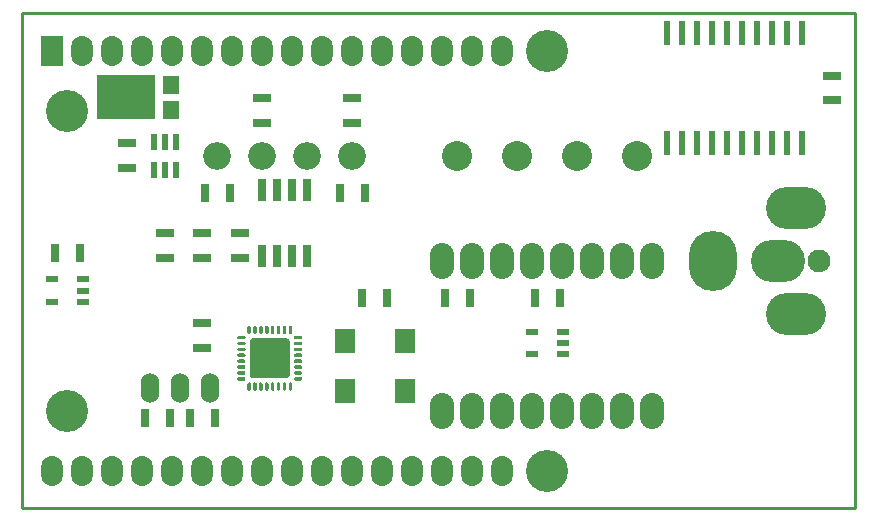
<source format=gbs>
%TF.GenerationSoftware,KiCad,Pcbnew,5.1.0-unknown-ca7aec2~82~ubuntu18.04.1*%
%TF.CreationDate,2019-04-12T13:47:33-04:00*%
%TF.ProjectId,stepper_controller_3x2,73746570-7065-4725-9f63-6f6e74726f6c,1.2*%
%TF.SameCoordinates,Original*%
%TF.FileFunction,Soldermask,Bot*%
%TF.FilePolarity,Negative*%
%FSLAX46Y46*%
G04 Gerber Fmt 4.6, Leading zero omitted, Abs format (unit mm)*
G04 Created by KiCad (PCBNEW 5.1.0-unknown-ca7aec2~82~ubuntu18.04.1) date 2019-04-12 13:47:33*
%MOMM*%
%LPD*%
G04 APERTURE LIST*
%ADD10C,0.228600*%
%ADD11C,0.100000*%
%ADD12C,3.400001*%
%ADD13C,0.300000*%
%ADD14O,2.032000X3.048000*%
%ADD15C,3.556000*%
%ADD16O,1.854200X2.540000*%
%ADD17R,1.854200X2.540000*%
%ADD18R,1.800000X2.000000*%
%ADD19R,1.440000X1.600000*%
%ADD20R,4.960000X3.800000*%
%ADD21O,5.080000X3.556000*%
%ADD22O,4.064000X5.080000*%
%ADD23O,4.572000X3.556000*%
%ADD24C,1.930400*%
%ADD25C,2.540000*%
%ADD26C,2.340000*%
%ADD27O,1.524000X2.540000*%
%ADD28R,0.787400X1.600200*%
%ADD29R,1.600200X0.787400*%
%ADD30R,1.100000X0.600000*%
%ADD31R,0.600000X2.000000*%
%ADD32R,0.558800X1.330960*%
%ADD33R,0.640000X1.910000*%
G04 APERTURE END LIST*
D10*
X156210000Y-67945000D02*
X85725000Y-67945000D01*
X156210000Y-109855000D02*
X156210000Y-67945000D01*
X85725000Y-109855000D02*
X156210000Y-109855000D01*
X85725000Y-67945000D02*
X85725000Y-109855000D01*
D11*
%TO.C,U1*%
G36*
X108073326Y-95456637D02*
G01*
X108106331Y-95461533D01*
X108138697Y-95469640D01*
X108170112Y-95480881D01*
X108200275Y-95495147D01*
X108228894Y-95512300D01*
X108255694Y-95532176D01*
X108280416Y-95554584D01*
X108302824Y-95579306D01*
X108322700Y-95606106D01*
X108339853Y-95634725D01*
X108354119Y-95664888D01*
X108365360Y-95696303D01*
X108373467Y-95728669D01*
X108378363Y-95761674D01*
X108380000Y-95795000D01*
X108380000Y-98515000D01*
X108378363Y-98548326D01*
X108373467Y-98581331D01*
X108365360Y-98613697D01*
X108354119Y-98645112D01*
X108339853Y-98675275D01*
X108322700Y-98703894D01*
X108302824Y-98730694D01*
X108280416Y-98755416D01*
X108255694Y-98777824D01*
X108228894Y-98797700D01*
X108200275Y-98814853D01*
X108170112Y-98829119D01*
X108138697Y-98840360D01*
X108106331Y-98848467D01*
X108073326Y-98853363D01*
X108040000Y-98855000D01*
X105320000Y-98855000D01*
X105286674Y-98853363D01*
X105253669Y-98848467D01*
X105221303Y-98840360D01*
X105189888Y-98829119D01*
X105159725Y-98814853D01*
X105131106Y-98797700D01*
X105104306Y-98777824D01*
X105079584Y-98755416D01*
X105057176Y-98730694D01*
X105037300Y-98703894D01*
X105020147Y-98675275D01*
X105005881Y-98645112D01*
X104994640Y-98613697D01*
X104986533Y-98581331D01*
X104981637Y-98548326D01*
X104980000Y-98515000D01*
X104980000Y-95795000D01*
X104981637Y-95761674D01*
X104986533Y-95728669D01*
X104994640Y-95696303D01*
X105005881Y-95664888D01*
X105020147Y-95634725D01*
X105037300Y-95606106D01*
X105057176Y-95579306D01*
X105079584Y-95554584D01*
X105104306Y-95532176D01*
X105131106Y-95512300D01*
X105159725Y-95495147D01*
X105189888Y-95480881D01*
X105221303Y-95469640D01*
X105253669Y-95461533D01*
X105286674Y-95456637D01*
X105320000Y-95455000D01*
X108040000Y-95455000D01*
X108073326Y-95456637D01*
X108073326Y-95456637D01*
G37*
D12*
X106680000Y-97155000D03*
D11*
G36*
X104944704Y-94405722D02*
G01*
X104959265Y-94407882D01*
X104973544Y-94411459D01*
X104987404Y-94416418D01*
X105000711Y-94422712D01*
X105013337Y-94430280D01*
X105025160Y-94439048D01*
X105036067Y-94448934D01*
X105045953Y-94459841D01*
X105054721Y-94471664D01*
X105062289Y-94484290D01*
X105068583Y-94497597D01*
X105073542Y-94511457D01*
X105077119Y-94525736D01*
X105079279Y-94540297D01*
X105080001Y-94555000D01*
X105080001Y-94955000D01*
X105079279Y-94969703D01*
X105077119Y-94984264D01*
X105073542Y-94998543D01*
X105068583Y-95012403D01*
X105062289Y-95025710D01*
X105054721Y-95038336D01*
X105045953Y-95050159D01*
X105036067Y-95061066D01*
X105025160Y-95070952D01*
X105013337Y-95079720D01*
X105000711Y-95087288D01*
X104987404Y-95093582D01*
X104973544Y-95098541D01*
X104959265Y-95102118D01*
X104944704Y-95104278D01*
X104930001Y-95105000D01*
X104929999Y-95105000D01*
X104915296Y-95104278D01*
X104900735Y-95102118D01*
X104886456Y-95098541D01*
X104872596Y-95093582D01*
X104859289Y-95087288D01*
X104846663Y-95079720D01*
X104834840Y-95070952D01*
X104823933Y-95061066D01*
X104814047Y-95050159D01*
X104805279Y-95038336D01*
X104797711Y-95025710D01*
X104791417Y-95012403D01*
X104786458Y-94998543D01*
X104782881Y-94984264D01*
X104780721Y-94969703D01*
X104779999Y-94955000D01*
X104779999Y-94555000D01*
X104780721Y-94540297D01*
X104782881Y-94525736D01*
X104786458Y-94511457D01*
X104791417Y-94497597D01*
X104797711Y-94484290D01*
X104805279Y-94471664D01*
X104814047Y-94459841D01*
X104823933Y-94448934D01*
X104834840Y-94439048D01*
X104846663Y-94430280D01*
X104859289Y-94422712D01*
X104872596Y-94416418D01*
X104886456Y-94411459D01*
X104900735Y-94407882D01*
X104915296Y-94405722D01*
X104929999Y-94405000D01*
X104930001Y-94405000D01*
X104944704Y-94405722D01*
X104944704Y-94405722D01*
G37*
D13*
X104930000Y-94755000D03*
D11*
G36*
X105444704Y-94405722D02*
G01*
X105459265Y-94407882D01*
X105473544Y-94411459D01*
X105487404Y-94416418D01*
X105500711Y-94422712D01*
X105513337Y-94430280D01*
X105525160Y-94439048D01*
X105536067Y-94448934D01*
X105545953Y-94459841D01*
X105554721Y-94471664D01*
X105562289Y-94484290D01*
X105568583Y-94497597D01*
X105573542Y-94511457D01*
X105577119Y-94525736D01*
X105579279Y-94540297D01*
X105580001Y-94555000D01*
X105580001Y-94955000D01*
X105579279Y-94969703D01*
X105577119Y-94984264D01*
X105573542Y-94998543D01*
X105568583Y-95012403D01*
X105562289Y-95025710D01*
X105554721Y-95038336D01*
X105545953Y-95050159D01*
X105536067Y-95061066D01*
X105525160Y-95070952D01*
X105513337Y-95079720D01*
X105500711Y-95087288D01*
X105487404Y-95093582D01*
X105473544Y-95098541D01*
X105459265Y-95102118D01*
X105444704Y-95104278D01*
X105430001Y-95105000D01*
X105429999Y-95105000D01*
X105415296Y-95104278D01*
X105400735Y-95102118D01*
X105386456Y-95098541D01*
X105372596Y-95093582D01*
X105359289Y-95087288D01*
X105346663Y-95079720D01*
X105334840Y-95070952D01*
X105323933Y-95061066D01*
X105314047Y-95050159D01*
X105305279Y-95038336D01*
X105297711Y-95025710D01*
X105291417Y-95012403D01*
X105286458Y-94998543D01*
X105282881Y-94984264D01*
X105280721Y-94969703D01*
X105279999Y-94955000D01*
X105279999Y-94555000D01*
X105280721Y-94540297D01*
X105282881Y-94525736D01*
X105286458Y-94511457D01*
X105291417Y-94497597D01*
X105297711Y-94484290D01*
X105305279Y-94471664D01*
X105314047Y-94459841D01*
X105323933Y-94448934D01*
X105334840Y-94439048D01*
X105346663Y-94430280D01*
X105359289Y-94422712D01*
X105372596Y-94416418D01*
X105386456Y-94411459D01*
X105400735Y-94407882D01*
X105415296Y-94405722D01*
X105429999Y-94405000D01*
X105430001Y-94405000D01*
X105444704Y-94405722D01*
X105444704Y-94405722D01*
G37*
D13*
X105430000Y-94755000D03*
D11*
G36*
X105944704Y-94405722D02*
G01*
X105959265Y-94407882D01*
X105973544Y-94411459D01*
X105987404Y-94416418D01*
X106000711Y-94422712D01*
X106013337Y-94430280D01*
X106025160Y-94439048D01*
X106036067Y-94448934D01*
X106045953Y-94459841D01*
X106054721Y-94471664D01*
X106062289Y-94484290D01*
X106068583Y-94497597D01*
X106073542Y-94511457D01*
X106077119Y-94525736D01*
X106079279Y-94540297D01*
X106080001Y-94555000D01*
X106080001Y-94955000D01*
X106079279Y-94969703D01*
X106077119Y-94984264D01*
X106073542Y-94998543D01*
X106068583Y-95012403D01*
X106062289Y-95025710D01*
X106054721Y-95038336D01*
X106045953Y-95050159D01*
X106036067Y-95061066D01*
X106025160Y-95070952D01*
X106013337Y-95079720D01*
X106000711Y-95087288D01*
X105987404Y-95093582D01*
X105973544Y-95098541D01*
X105959265Y-95102118D01*
X105944704Y-95104278D01*
X105930001Y-95105000D01*
X105929999Y-95105000D01*
X105915296Y-95104278D01*
X105900735Y-95102118D01*
X105886456Y-95098541D01*
X105872596Y-95093582D01*
X105859289Y-95087288D01*
X105846663Y-95079720D01*
X105834840Y-95070952D01*
X105823933Y-95061066D01*
X105814047Y-95050159D01*
X105805279Y-95038336D01*
X105797711Y-95025710D01*
X105791417Y-95012403D01*
X105786458Y-94998543D01*
X105782881Y-94984264D01*
X105780721Y-94969703D01*
X105779999Y-94955000D01*
X105779999Y-94555000D01*
X105780721Y-94540297D01*
X105782881Y-94525736D01*
X105786458Y-94511457D01*
X105791417Y-94497597D01*
X105797711Y-94484290D01*
X105805279Y-94471664D01*
X105814047Y-94459841D01*
X105823933Y-94448934D01*
X105834840Y-94439048D01*
X105846663Y-94430280D01*
X105859289Y-94422712D01*
X105872596Y-94416418D01*
X105886456Y-94411459D01*
X105900735Y-94407882D01*
X105915296Y-94405722D01*
X105929999Y-94405000D01*
X105930001Y-94405000D01*
X105944704Y-94405722D01*
X105944704Y-94405722D01*
G37*
D13*
X105930000Y-94755000D03*
D11*
G36*
X106444704Y-94405722D02*
G01*
X106459265Y-94407882D01*
X106473544Y-94411459D01*
X106487404Y-94416418D01*
X106500711Y-94422712D01*
X106513337Y-94430280D01*
X106525160Y-94439048D01*
X106536067Y-94448934D01*
X106545953Y-94459841D01*
X106554721Y-94471664D01*
X106562289Y-94484290D01*
X106568583Y-94497597D01*
X106573542Y-94511457D01*
X106577119Y-94525736D01*
X106579279Y-94540297D01*
X106580001Y-94555000D01*
X106580001Y-94955000D01*
X106579279Y-94969703D01*
X106577119Y-94984264D01*
X106573542Y-94998543D01*
X106568583Y-95012403D01*
X106562289Y-95025710D01*
X106554721Y-95038336D01*
X106545953Y-95050159D01*
X106536067Y-95061066D01*
X106525160Y-95070952D01*
X106513337Y-95079720D01*
X106500711Y-95087288D01*
X106487404Y-95093582D01*
X106473544Y-95098541D01*
X106459265Y-95102118D01*
X106444704Y-95104278D01*
X106430001Y-95105000D01*
X106429999Y-95105000D01*
X106415296Y-95104278D01*
X106400735Y-95102118D01*
X106386456Y-95098541D01*
X106372596Y-95093582D01*
X106359289Y-95087288D01*
X106346663Y-95079720D01*
X106334840Y-95070952D01*
X106323933Y-95061066D01*
X106314047Y-95050159D01*
X106305279Y-95038336D01*
X106297711Y-95025710D01*
X106291417Y-95012403D01*
X106286458Y-94998543D01*
X106282881Y-94984264D01*
X106280721Y-94969703D01*
X106279999Y-94955000D01*
X106279999Y-94555000D01*
X106280721Y-94540297D01*
X106282881Y-94525736D01*
X106286458Y-94511457D01*
X106291417Y-94497597D01*
X106297711Y-94484290D01*
X106305279Y-94471664D01*
X106314047Y-94459841D01*
X106323933Y-94448934D01*
X106334840Y-94439048D01*
X106346663Y-94430280D01*
X106359289Y-94422712D01*
X106372596Y-94416418D01*
X106386456Y-94411459D01*
X106400735Y-94407882D01*
X106415296Y-94405722D01*
X106429999Y-94405000D01*
X106430001Y-94405000D01*
X106444704Y-94405722D01*
X106444704Y-94405722D01*
G37*
D13*
X106430000Y-94755000D03*
D11*
G36*
X106944704Y-94405722D02*
G01*
X106959265Y-94407882D01*
X106973544Y-94411459D01*
X106987404Y-94416418D01*
X107000711Y-94422712D01*
X107013337Y-94430280D01*
X107025160Y-94439048D01*
X107036067Y-94448934D01*
X107045953Y-94459841D01*
X107054721Y-94471664D01*
X107062289Y-94484290D01*
X107068583Y-94497597D01*
X107073542Y-94511457D01*
X107077119Y-94525736D01*
X107079279Y-94540297D01*
X107080001Y-94555000D01*
X107080001Y-94955000D01*
X107079279Y-94969703D01*
X107077119Y-94984264D01*
X107073542Y-94998543D01*
X107068583Y-95012403D01*
X107062289Y-95025710D01*
X107054721Y-95038336D01*
X107045953Y-95050159D01*
X107036067Y-95061066D01*
X107025160Y-95070952D01*
X107013337Y-95079720D01*
X107000711Y-95087288D01*
X106987404Y-95093582D01*
X106973544Y-95098541D01*
X106959265Y-95102118D01*
X106944704Y-95104278D01*
X106930001Y-95105000D01*
X106929999Y-95105000D01*
X106915296Y-95104278D01*
X106900735Y-95102118D01*
X106886456Y-95098541D01*
X106872596Y-95093582D01*
X106859289Y-95087288D01*
X106846663Y-95079720D01*
X106834840Y-95070952D01*
X106823933Y-95061066D01*
X106814047Y-95050159D01*
X106805279Y-95038336D01*
X106797711Y-95025710D01*
X106791417Y-95012403D01*
X106786458Y-94998543D01*
X106782881Y-94984264D01*
X106780721Y-94969703D01*
X106779999Y-94955000D01*
X106779999Y-94555000D01*
X106780721Y-94540297D01*
X106782881Y-94525736D01*
X106786458Y-94511457D01*
X106791417Y-94497597D01*
X106797711Y-94484290D01*
X106805279Y-94471664D01*
X106814047Y-94459841D01*
X106823933Y-94448934D01*
X106834840Y-94439048D01*
X106846663Y-94430280D01*
X106859289Y-94422712D01*
X106872596Y-94416418D01*
X106886456Y-94411459D01*
X106900735Y-94407882D01*
X106915296Y-94405722D01*
X106929999Y-94405000D01*
X106930001Y-94405000D01*
X106944704Y-94405722D01*
X106944704Y-94405722D01*
G37*
D13*
X106930000Y-94755000D03*
D11*
G36*
X107444704Y-94405722D02*
G01*
X107459265Y-94407882D01*
X107473544Y-94411459D01*
X107487404Y-94416418D01*
X107500711Y-94422712D01*
X107513337Y-94430280D01*
X107525160Y-94439048D01*
X107536067Y-94448934D01*
X107545953Y-94459841D01*
X107554721Y-94471664D01*
X107562289Y-94484290D01*
X107568583Y-94497597D01*
X107573542Y-94511457D01*
X107577119Y-94525736D01*
X107579279Y-94540297D01*
X107580001Y-94555000D01*
X107580001Y-94955000D01*
X107579279Y-94969703D01*
X107577119Y-94984264D01*
X107573542Y-94998543D01*
X107568583Y-95012403D01*
X107562289Y-95025710D01*
X107554721Y-95038336D01*
X107545953Y-95050159D01*
X107536067Y-95061066D01*
X107525160Y-95070952D01*
X107513337Y-95079720D01*
X107500711Y-95087288D01*
X107487404Y-95093582D01*
X107473544Y-95098541D01*
X107459265Y-95102118D01*
X107444704Y-95104278D01*
X107430001Y-95105000D01*
X107429999Y-95105000D01*
X107415296Y-95104278D01*
X107400735Y-95102118D01*
X107386456Y-95098541D01*
X107372596Y-95093582D01*
X107359289Y-95087288D01*
X107346663Y-95079720D01*
X107334840Y-95070952D01*
X107323933Y-95061066D01*
X107314047Y-95050159D01*
X107305279Y-95038336D01*
X107297711Y-95025710D01*
X107291417Y-95012403D01*
X107286458Y-94998543D01*
X107282881Y-94984264D01*
X107280721Y-94969703D01*
X107279999Y-94955000D01*
X107279999Y-94555000D01*
X107280721Y-94540297D01*
X107282881Y-94525736D01*
X107286458Y-94511457D01*
X107291417Y-94497597D01*
X107297711Y-94484290D01*
X107305279Y-94471664D01*
X107314047Y-94459841D01*
X107323933Y-94448934D01*
X107334840Y-94439048D01*
X107346663Y-94430280D01*
X107359289Y-94422712D01*
X107372596Y-94416418D01*
X107386456Y-94411459D01*
X107400735Y-94407882D01*
X107415296Y-94405722D01*
X107429999Y-94405000D01*
X107430001Y-94405000D01*
X107444704Y-94405722D01*
X107444704Y-94405722D01*
G37*
D13*
X107430000Y-94755000D03*
D11*
G36*
X107944704Y-94405722D02*
G01*
X107959265Y-94407882D01*
X107973544Y-94411459D01*
X107987404Y-94416418D01*
X108000711Y-94422712D01*
X108013337Y-94430280D01*
X108025160Y-94439048D01*
X108036067Y-94448934D01*
X108045953Y-94459841D01*
X108054721Y-94471664D01*
X108062289Y-94484290D01*
X108068583Y-94497597D01*
X108073542Y-94511457D01*
X108077119Y-94525736D01*
X108079279Y-94540297D01*
X108080001Y-94555000D01*
X108080001Y-94955000D01*
X108079279Y-94969703D01*
X108077119Y-94984264D01*
X108073542Y-94998543D01*
X108068583Y-95012403D01*
X108062289Y-95025710D01*
X108054721Y-95038336D01*
X108045953Y-95050159D01*
X108036067Y-95061066D01*
X108025160Y-95070952D01*
X108013337Y-95079720D01*
X108000711Y-95087288D01*
X107987404Y-95093582D01*
X107973544Y-95098541D01*
X107959265Y-95102118D01*
X107944704Y-95104278D01*
X107930001Y-95105000D01*
X107929999Y-95105000D01*
X107915296Y-95104278D01*
X107900735Y-95102118D01*
X107886456Y-95098541D01*
X107872596Y-95093582D01*
X107859289Y-95087288D01*
X107846663Y-95079720D01*
X107834840Y-95070952D01*
X107823933Y-95061066D01*
X107814047Y-95050159D01*
X107805279Y-95038336D01*
X107797711Y-95025710D01*
X107791417Y-95012403D01*
X107786458Y-94998543D01*
X107782881Y-94984264D01*
X107780721Y-94969703D01*
X107779999Y-94955000D01*
X107779999Y-94555000D01*
X107780721Y-94540297D01*
X107782881Y-94525736D01*
X107786458Y-94511457D01*
X107791417Y-94497597D01*
X107797711Y-94484290D01*
X107805279Y-94471664D01*
X107814047Y-94459841D01*
X107823933Y-94448934D01*
X107834840Y-94439048D01*
X107846663Y-94430280D01*
X107859289Y-94422712D01*
X107872596Y-94416418D01*
X107886456Y-94411459D01*
X107900735Y-94407882D01*
X107915296Y-94405722D01*
X107929999Y-94405000D01*
X107930001Y-94405000D01*
X107944704Y-94405722D01*
X107944704Y-94405722D01*
G37*
D13*
X107930000Y-94755000D03*
D11*
G36*
X108444704Y-94405722D02*
G01*
X108459265Y-94407882D01*
X108473544Y-94411459D01*
X108487404Y-94416418D01*
X108500711Y-94422712D01*
X108513337Y-94430280D01*
X108525160Y-94439048D01*
X108536067Y-94448934D01*
X108545953Y-94459841D01*
X108554721Y-94471664D01*
X108562289Y-94484290D01*
X108568583Y-94497597D01*
X108573542Y-94511457D01*
X108577119Y-94525736D01*
X108579279Y-94540297D01*
X108580001Y-94555000D01*
X108580001Y-94955000D01*
X108579279Y-94969703D01*
X108577119Y-94984264D01*
X108573542Y-94998543D01*
X108568583Y-95012403D01*
X108562289Y-95025710D01*
X108554721Y-95038336D01*
X108545953Y-95050159D01*
X108536067Y-95061066D01*
X108525160Y-95070952D01*
X108513337Y-95079720D01*
X108500711Y-95087288D01*
X108487404Y-95093582D01*
X108473544Y-95098541D01*
X108459265Y-95102118D01*
X108444704Y-95104278D01*
X108430001Y-95105000D01*
X108429999Y-95105000D01*
X108415296Y-95104278D01*
X108400735Y-95102118D01*
X108386456Y-95098541D01*
X108372596Y-95093582D01*
X108359289Y-95087288D01*
X108346663Y-95079720D01*
X108334840Y-95070952D01*
X108323933Y-95061066D01*
X108314047Y-95050159D01*
X108305279Y-95038336D01*
X108297711Y-95025710D01*
X108291417Y-95012403D01*
X108286458Y-94998543D01*
X108282881Y-94984264D01*
X108280721Y-94969703D01*
X108279999Y-94955000D01*
X108279999Y-94555000D01*
X108280721Y-94540297D01*
X108282881Y-94525736D01*
X108286458Y-94511457D01*
X108291417Y-94497597D01*
X108297711Y-94484290D01*
X108305279Y-94471664D01*
X108314047Y-94459841D01*
X108323933Y-94448934D01*
X108334840Y-94439048D01*
X108346663Y-94430280D01*
X108359289Y-94422712D01*
X108372596Y-94416418D01*
X108386456Y-94411459D01*
X108400735Y-94407882D01*
X108415296Y-94405722D01*
X108429999Y-94405000D01*
X108430001Y-94405000D01*
X108444704Y-94405722D01*
X108444704Y-94405722D01*
G37*
D13*
X108430000Y-94755000D03*
D11*
G36*
X108444704Y-99205722D02*
G01*
X108459265Y-99207882D01*
X108473544Y-99211459D01*
X108487404Y-99216418D01*
X108500711Y-99222712D01*
X108513337Y-99230280D01*
X108525160Y-99239048D01*
X108536067Y-99248934D01*
X108545953Y-99259841D01*
X108554721Y-99271664D01*
X108562289Y-99284290D01*
X108568583Y-99297597D01*
X108573542Y-99311457D01*
X108577119Y-99325736D01*
X108579279Y-99340297D01*
X108580001Y-99355000D01*
X108580001Y-99755000D01*
X108579279Y-99769703D01*
X108577119Y-99784264D01*
X108573542Y-99798543D01*
X108568583Y-99812403D01*
X108562289Y-99825710D01*
X108554721Y-99838336D01*
X108545953Y-99850159D01*
X108536067Y-99861066D01*
X108525160Y-99870952D01*
X108513337Y-99879720D01*
X108500711Y-99887288D01*
X108487404Y-99893582D01*
X108473544Y-99898541D01*
X108459265Y-99902118D01*
X108444704Y-99904278D01*
X108430001Y-99905000D01*
X108429999Y-99905000D01*
X108415296Y-99904278D01*
X108400735Y-99902118D01*
X108386456Y-99898541D01*
X108372596Y-99893582D01*
X108359289Y-99887288D01*
X108346663Y-99879720D01*
X108334840Y-99870952D01*
X108323933Y-99861066D01*
X108314047Y-99850159D01*
X108305279Y-99838336D01*
X108297711Y-99825710D01*
X108291417Y-99812403D01*
X108286458Y-99798543D01*
X108282881Y-99784264D01*
X108280721Y-99769703D01*
X108279999Y-99755000D01*
X108279999Y-99355000D01*
X108280721Y-99340297D01*
X108282881Y-99325736D01*
X108286458Y-99311457D01*
X108291417Y-99297597D01*
X108297711Y-99284290D01*
X108305279Y-99271664D01*
X108314047Y-99259841D01*
X108323933Y-99248934D01*
X108334840Y-99239048D01*
X108346663Y-99230280D01*
X108359289Y-99222712D01*
X108372596Y-99216418D01*
X108386456Y-99211459D01*
X108400735Y-99207882D01*
X108415296Y-99205722D01*
X108429999Y-99205000D01*
X108430001Y-99205000D01*
X108444704Y-99205722D01*
X108444704Y-99205722D01*
G37*
D13*
X108430000Y-99555000D03*
D11*
G36*
X107944704Y-99205722D02*
G01*
X107959265Y-99207882D01*
X107973544Y-99211459D01*
X107987404Y-99216418D01*
X108000711Y-99222712D01*
X108013337Y-99230280D01*
X108025160Y-99239048D01*
X108036067Y-99248934D01*
X108045953Y-99259841D01*
X108054721Y-99271664D01*
X108062289Y-99284290D01*
X108068583Y-99297597D01*
X108073542Y-99311457D01*
X108077119Y-99325736D01*
X108079279Y-99340297D01*
X108080001Y-99355000D01*
X108080001Y-99755000D01*
X108079279Y-99769703D01*
X108077119Y-99784264D01*
X108073542Y-99798543D01*
X108068583Y-99812403D01*
X108062289Y-99825710D01*
X108054721Y-99838336D01*
X108045953Y-99850159D01*
X108036067Y-99861066D01*
X108025160Y-99870952D01*
X108013337Y-99879720D01*
X108000711Y-99887288D01*
X107987404Y-99893582D01*
X107973544Y-99898541D01*
X107959265Y-99902118D01*
X107944704Y-99904278D01*
X107930001Y-99905000D01*
X107929999Y-99905000D01*
X107915296Y-99904278D01*
X107900735Y-99902118D01*
X107886456Y-99898541D01*
X107872596Y-99893582D01*
X107859289Y-99887288D01*
X107846663Y-99879720D01*
X107834840Y-99870952D01*
X107823933Y-99861066D01*
X107814047Y-99850159D01*
X107805279Y-99838336D01*
X107797711Y-99825710D01*
X107791417Y-99812403D01*
X107786458Y-99798543D01*
X107782881Y-99784264D01*
X107780721Y-99769703D01*
X107779999Y-99755000D01*
X107779999Y-99355000D01*
X107780721Y-99340297D01*
X107782881Y-99325736D01*
X107786458Y-99311457D01*
X107791417Y-99297597D01*
X107797711Y-99284290D01*
X107805279Y-99271664D01*
X107814047Y-99259841D01*
X107823933Y-99248934D01*
X107834840Y-99239048D01*
X107846663Y-99230280D01*
X107859289Y-99222712D01*
X107872596Y-99216418D01*
X107886456Y-99211459D01*
X107900735Y-99207882D01*
X107915296Y-99205722D01*
X107929999Y-99205000D01*
X107930001Y-99205000D01*
X107944704Y-99205722D01*
X107944704Y-99205722D01*
G37*
D13*
X107930000Y-99555000D03*
D11*
G36*
X107444704Y-99205722D02*
G01*
X107459265Y-99207882D01*
X107473544Y-99211459D01*
X107487404Y-99216418D01*
X107500711Y-99222712D01*
X107513337Y-99230280D01*
X107525160Y-99239048D01*
X107536067Y-99248934D01*
X107545953Y-99259841D01*
X107554721Y-99271664D01*
X107562289Y-99284290D01*
X107568583Y-99297597D01*
X107573542Y-99311457D01*
X107577119Y-99325736D01*
X107579279Y-99340297D01*
X107580001Y-99355000D01*
X107580001Y-99755000D01*
X107579279Y-99769703D01*
X107577119Y-99784264D01*
X107573542Y-99798543D01*
X107568583Y-99812403D01*
X107562289Y-99825710D01*
X107554721Y-99838336D01*
X107545953Y-99850159D01*
X107536067Y-99861066D01*
X107525160Y-99870952D01*
X107513337Y-99879720D01*
X107500711Y-99887288D01*
X107487404Y-99893582D01*
X107473544Y-99898541D01*
X107459265Y-99902118D01*
X107444704Y-99904278D01*
X107430001Y-99905000D01*
X107429999Y-99905000D01*
X107415296Y-99904278D01*
X107400735Y-99902118D01*
X107386456Y-99898541D01*
X107372596Y-99893582D01*
X107359289Y-99887288D01*
X107346663Y-99879720D01*
X107334840Y-99870952D01*
X107323933Y-99861066D01*
X107314047Y-99850159D01*
X107305279Y-99838336D01*
X107297711Y-99825710D01*
X107291417Y-99812403D01*
X107286458Y-99798543D01*
X107282881Y-99784264D01*
X107280721Y-99769703D01*
X107279999Y-99755000D01*
X107279999Y-99355000D01*
X107280721Y-99340297D01*
X107282881Y-99325736D01*
X107286458Y-99311457D01*
X107291417Y-99297597D01*
X107297711Y-99284290D01*
X107305279Y-99271664D01*
X107314047Y-99259841D01*
X107323933Y-99248934D01*
X107334840Y-99239048D01*
X107346663Y-99230280D01*
X107359289Y-99222712D01*
X107372596Y-99216418D01*
X107386456Y-99211459D01*
X107400735Y-99207882D01*
X107415296Y-99205722D01*
X107429999Y-99205000D01*
X107430001Y-99205000D01*
X107444704Y-99205722D01*
X107444704Y-99205722D01*
G37*
D13*
X107430000Y-99555000D03*
D11*
G36*
X106944704Y-99205722D02*
G01*
X106959265Y-99207882D01*
X106973544Y-99211459D01*
X106987404Y-99216418D01*
X107000711Y-99222712D01*
X107013337Y-99230280D01*
X107025160Y-99239048D01*
X107036067Y-99248934D01*
X107045953Y-99259841D01*
X107054721Y-99271664D01*
X107062289Y-99284290D01*
X107068583Y-99297597D01*
X107073542Y-99311457D01*
X107077119Y-99325736D01*
X107079279Y-99340297D01*
X107080001Y-99355000D01*
X107080001Y-99755000D01*
X107079279Y-99769703D01*
X107077119Y-99784264D01*
X107073542Y-99798543D01*
X107068583Y-99812403D01*
X107062289Y-99825710D01*
X107054721Y-99838336D01*
X107045953Y-99850159D01*
X107036067Y-99861066D01*
X107025160Y-99870952D01*
X107013337Y-99879720D01*
X107000711Y-99887288D01*
X106987404Y-99893582D01*
X106973544Y-99898541D01*
X106959265Y-99902118D01*
X106944704Y-99904278D01*
X106930001Y-99905000D01*
X106929999Y-99905000D01*
X106915296Y-99904278D01*
X106900735Y-99902118D01*
X106886456Y-99898541D01*
X106872596Y-99893582D01*
X106859289Y-99887288D01*
X106846663Y-99879720D01*
X106834840Y-99870952D01*
X106823933Y-99861066D01*
X106814047Y-99850159D01*
X106805279Y-99838336D01*
X106797711Y-99825710D01*
X106791417Y-99812403D01*
X106786458Y-99798543D01*
X106782881Y-99784264D01*
X106780721Y-99769703D01*
X106779999Y-99755000D01*
X106779999Y-99355000D01*
X106780721Y-99340297D01*
X106782881Y-99325736D01*
X106786458Y-99311457D01*
X106791417Y-99297597D01*
X106797711Y-99284290D01*
X106805279Y-99271664D01*
X106814047Y-99259841D01*
X106823933Y-99248934D01*
X106834840Y-99239048D01*
X106846663Y-99230280D01*
X106859289Y-99222712D01*
X106872596Y-99216418D01*
X106886456Y-99211459D01*
X106900735Y-99207882D01*
X106915296Y-99205722D01*
X106929999Y-99205000D01*
X106930001Y-99205000D01*
X106944704Y-99205722D01*
X106944704Y-99205722D01*
G37*
D13*
X106930000Y-99555000D03*
D11*
G36*
X106444704Y-99205722D02*
G01*
X106459265Y-99207882D01*
X106473544Y-99211459D01*
X106487404Y-99216418D01*
X106500711Y-99222712D01*
X106513337Y-99230280D01*
X106525160Y-99239048D01*
X106536067Y-99248934D01*
X106545953Y-99259841D01*
X106554721Y-99271664D01*
X106562289Y-99284290D01*
X106568583Y-99297597D01*
X106573542Y-99311457D01*
X106577119Y-99325736D01*
X106579279Y-99340297D01*
X106580001Y-99355000D01*
X106580001Y-99755000D01*
X106579279Y-99769703D01*
X106577119Y-99784264D01*
X106573542Y-99798543D01*
X106568583Y-99812403D01*
X106562289Y-99825710D01*
X106554721Y-99838336D01*
X106545953Y-99850159D01*
X106536067Y-99861066D01*
X106525160Y-99870952D01*
X106513337Y-99879720D01*
X106500711Y-99887288D01*
X106487404Y-99893582D01*
X106473544Y-99898541D01*
X106459265Y-99902118D01*
X106444704Y-99904278D01*
X106430001Y-99905000D01*
X106429999Y-99905000D01*
X106415296Y-99904278D01*
X106400735Y-99902118D01*
X106386456Y-99898541D01*
X106372596Y-99893582D01*
X106359289Y-99887288D01*
X106346663Y-99879720D01*
X106334840Y-99870952D01*
X106323933Y-99861066D01*
X106314047Y-99850159D01*
X106305279Y-99838336D01*
X106297711Y-99825710D01*
X106291417Y-99812403D01*
X106286458Y-99798543D01*
X106282881Y-99784264D01*
X106280721Y-99769703D01*
X106279999Y-99755000D01*
X106279999Y-99355000D01*
X106280721Y-99340297D01*
X106282881Y-99325736D01*
X106286458Y-99311457D01*
X106291417Y-99297597D01*
X106297711Y-99284290D01*
X106305279Y-99271664D01*
X106314047Y-99259841D01*
X106323933Y-99248934D01*
X106334840Y-99239048D01*
X106346663Y-99230280D01*
X106359289Y-99222712D01*
X106372596Y-99216418D01*
X106386456Y-99211459D01*
X106400735Y-99207882D01*
X106415296Y-99205722D01*
X106429999Y-99205000D01*
X106430001Y-99205000D01*
X106444704Y-99205722D01*
X106444704Y-99205722D01*
G37*
D13*
X106430000Y-99555000D03*
D11*
G36*
X105944704Y-99205722D02*
G01*
X105959265Y-99207882D01*
X105973544Y-99211459D01*
X105987404Y-99216418D01*
X106000711Y-99222712D01*
X106013337Y-99230280D01*
X106025160Y-99239048D01*
X106036067Y-99248934D01*
X106045953Y-99259841D01*
X106054721Y-99271664D01*
X106062289Y-99284290D01*
X106068583Y-99297597D01*
X106073542Y-99311457D01*
X106077119Y-99325736D01*
X106079279Y-99340297D01*
X106080001Y-99355000D01*
X106080001Y-99755000D01*
X106079279Y-99769703D01*
X106077119Y-99784264D01*
X106073542Y-99798543D01*
X106068583Y-99812403D01*
X106062289Y-99825710D01*
X106054721Y-99838336D01*
X106045953Y-99850159D01*
X106036067Y-99861066D01*
X106025160Y-99870952D01*
X106013337Y-99879720D01*
X106000711Y-99887288D01*
X105987404Y-99893582D01*
X105973544Y-99898541D01*
X105959265Y-99902118D01*
X105944704Y-99904278D01*
X105930001Y-99905000D01*
X105929999Y-99905000D01*
X105915296Y-99904278D01*
X105900735Y-99902118D01*
X105886456Y-99898541D01*
X105872596Y-99893582D01*
X105859289Y-99887288D01*
X105846663Y-99879720D01*
X105834840Y-99870952D01*
X105823933Y-99861066D01*
X105814047Y-99850159D01*
X105805279Y-99838336D01*
X105797711Y-99825710D01*
X105791417Y-99812403D01*
X105786458Y-99798543D01*
X105782881Y-99784264D01*
X105780721Y-99769703D01*
X105779999Y-99755000D01*
X105779999Y-99355000D01*
X105780721Y-99340297D01*
X105782881Y-99325736D01*
X105786458Y-99311457D01*
X105791417Y-99297597D01*
X105797711Y-99284290D01*
X105805279Y-99271664D01*
X105814047Y-99259841D01*
X105823933Y-99248934D01*
X105834840Y-99239048D01*
X105846663Y-99230280D01*
X105859289Y-99222712D01*
X105872596Y-99216418D01*
X105886456Y-99211459D01*
X105900735Y-99207882D01*
X105915296Y-99205722D01*
X105929999Y-99205000D01*
X105930001Y-99205000D01*
X105944704Y-99205722D01*
X105944704Y-99205722D01*
G37*
D13*
X105930000Y-99555000D03*
D11*
G36*
X105444704Y-99205722D02*
G01*
X105459265Y-99207882D01*
X105473544Y-99211459D01*
X105487404Y-99216418D01*
X105500711Y-99222712D01*
X105513337Y-99230280D01*
X105525160Y-99239048D01*
X105536067Y-99248934D01*
X105545953Y-99259841D01*
X105554721Y-99271664D01*
X105562289Y-99284290D01*
X105568583Y-99297597D01*
X105573542Y-99311457D01*
X105577119Y-99325736D01*
X105579279Y-99340297D01*
X105580001Y-99355000D01*
X105580001Y-99755000D01*
X105579279Y-99769703D01*
X105577119Y-99784264D01*
X105573542Y-99798543D01*
X105568583Y-99812403D01*
X105562289Y-99825710D01*
X105554721Y-99838336D01*
X105545953Y-99850159D01*
X105536067Y-99861066D01*
X105525160Y-99870952D01*
X105513337Y-99879720D01*
X105500711Y-99887288D01*
X105487404Y-99893582D01*
X105473544Y-99898541D01*
X105459265Y-99902118D01*
X105444704Y-99904278D01*
X105430001Y-99905000D01*
X105429999Y-99905000D01*
X105415296Y-99904278D01*
X105400735Y-99902118D01*
X105386456Y-99898541D01*
X105372596Y-99893582D01*
X105359289Y-99887288D01*
X105346663Y-99879720D01*
X105334840Y-99870952D01*
X105323933Y-99861066D01*
X105314047Y-99850159D01*
X105305279Y-99838336D01*
X105297711Y-99825710D01*
X105291417Y-99812403D01*
X105286458Y-99798543D01*
X105282881Y-99784264D01*
X105280721Y-99769703D01*
X105279999Y-99755000D01*
X105279999Y-99355000D01*
X105280721Y-99340297D01*
X105282881Y-99325736D01*
X105286458Y-99311457D01*
X105291417Y-99297597D01*
X105297711Y-99284290D01*
X105305279Y-99271664D01*
X105314047Y-99259841D01*
X105323933Y-99248934D01*
X105334840Y-99239048D01*
X105346663Y-99230280D01*
X105359289Y-99222712D01*
X105372596Y-99216418D01*
X105386456Y-99211459D01*
X105400735Y-99207882D01*
X105415296Y-99205722D01*
X105429999Y-99205000D01*
X105430001Y-99205000D01*
X105444704Y-99205722D01*
X105444704Y-99205722D01*
G37*
D13*
X105430000Y-99555000D03*
D11*
G36*
X104944704Y-99205722D02*
G01*
X104959265Y-99207882D01*
X104973544Y-99211459D01*
X104987404Y-99216418D01*
X105000711Y-99222712D01*
X105013337Y-99230280D01*
X105025160Y-99239048D01*
X105036067Y-99248934D01*
X105045953Y-99259841D01*
X105054721Y-99271664D01*
X105062289Y-99284290D01*
X105068583Y-99297597D01*
X105073542Y-99311457D01*
X105077119Y-99325736D01*
X105079279Y-99340297D01*
X105080001Y-99355000D01*
X105080001Y-99755000D01*
X105079279Y-99769703D01*
X105077119Y-99784264D01*
X105073542Y-99798543D01*
X105068583Y-99812403D01*
X105062289Y-99825710D01*
X105054721Y-99838336D01*
X105045953Y-99850159D01*
X105036067Y-99861066D01*
X105025160Y-99870952D01*
X105013337Y-99879720D01*
X105000711Y-99887288D01*
X104987404Y-99893582D01*
X104973544Y-99898541D01*
X104959265Y-99902118D01*
X104944704Y-99904278D01*
X104930001Y-99905000D01*
X104929999Y-99905000D01*
X104915296Y-99904278D01*
X104900735Y-99902118D01*
X104886456Y-99898541D01*
X104872596Y-99893582D01*
X104859289Y-99887288D01*
X104846663Y-99879720D01*
X104834840Y-99870952D01*
X104823933Y-99861066D01*
X104814047Y-99850159D01*
X104805279Y-99838336D01*
X104797711Y-99825710D01*
X104791417Y-99812403D01*
X104786458Y-99798543D01*
X104782881Y-99784264D01*
X104780721Y-99769703D01*
X104779999Y-99755000D01*
X104779999Y-99355000D01*
X104780721Y-99340297D01*
X104782881Y-99325736D01*
X104786458Y-99311457D01*
X104791417Y-99297597D01*
X104797711Y-99284290D01*
X104805279Y-99271664D01*
X104814047Y-99259841D01*
X104823933Y-99248934D01*
X104834840Y-99239048D01*
X104846663Y-99230280D01*
X104859289Y-99222712D01*
X104872596Y-99216418D01*
X104886456Y-99211459D01*
X104900735Y-99207882D01*
X104915296Y-99205722D01*
X104929999Y-99205000D01*
X104930001Y-99205000D01*
X104944704Y-99205722D01*
X104944704Y-99205722D01*
G37*
D13*
X104930000Y-99555000D03*
D11*
G36*
X109294703Y-95255721D02*
G01*
X109309264Y-95257881D01*
X109323543Y-95261458D01*
X109337403Y-95266417D01*
X109350710Y-95272711D01*
X109363336Y-95280279D01*
X109375159Y-95289047D01*
X109386066Y-95298933D01*
X109395952Y-95309840D01*
X109404720Y-95321663D01*
X109412288Y-95334289D01*
X109418582Y-95347596D01*
X109423541Y-95361456D01*
X109427118Y-95375735D01*
X109429278Y-95390296D01*
X109430000Y-95404999D01*
X109430000Y-95405001D01*
X109429278Y-95419704D01*
X109427118Y-95434265D01*
X109423541Y-95448544D01*
X109418582Y-95462404D01*
X109412288Y-95475711D01*
X109404720Y-95488337D01*
X109395952Y-95500160D01*
X109386066Y-95511067D01*
X109375159Y-95520953D01*
X109363336Y-95529721D01*
X109350710Y-95537289D01*
X109337403Y-95543583D01*
X109323543Y-95548542D01*
X109309264Y-95552119D01*
X109294703Y-95554279D01*
X109280000Y-95555001D01*
X108880000Y-95555001D01*
X108865297Y-95554279D01*
X108850736Y-95552119D01*
X108836457Y-95548542D01*
X108822597Y-95543583D01*
X108809290Y-95537289D01*
X108796664Y-95529721D01*
X108784841Y-95520953D01*
X108773934Y-95511067D01*
X108764048Y-95500160D01*
X108755280Y-95488337D01*
X108747712Y-95475711D01*
X108741418Y-95462404D01*
X108736459Y-95448544D01*
X108732882Y-95434265D01*
X108730722Y-95419704D01*
X108730000Y-95405001D01*
X108730000Y-95404999D01*
X108730722Y-95390296D01*
X108732882Y-95375735D01*
X108736459Y-95361456D01*
X108741418Y-95347596D01*
X108747712Y-95334289D01*
X108755280Y-95321663D01*
X108764048Y-95309840D01*
X108773934Y-95298933D01*
X108784841Y-95289047D01*
X108796664Y-95280279D01*
X108809290Y-95272711D01*
X108822597Y-95266417D01*
X108836457Y-95261458D01*
X108850736Y-95257881D01*
X108865297Y-95255721D01*
X108880000Y-95254999D01*
X109280000Y-95254999D01*
X109294703Y-95255721D01*
X109294703Y-95255721D01*
G37*
D13*
X109080000Y-95405000D03*
D11*
G36*
X109294703Y-95755721D02*
G01*
X109309264Y-95757881D01*
X109323543Y-95761458D01*
X109337403Y-95766417D01*
X109350710Y-95772711D01*
X109363336Y-95780279D01*
X109375159Y-95789047D01*
X109386066Y-95798933D01*
X109395952Y-95809840D01*
X109404720Y-95821663D01*
X109412288Y-95834289D01*
X109418582Y-95847596D01*
X109423541Y-95861456D01*
X109427118Y-95875735D01*
X109429278Y-95890296D01*
X109430000Y-95904999D01*
X109430000Y-95905001D01*
X109429278Y-95919704D01*
X109427118Y-95934265D01*
X109423541Y-95948544D01*
X109418582Y-95962404D01*
X109412288Y-95975711D01*
X109404720Y-95988337D01*
X109395952Y-96000160D01*
X109386066Y-96011067D01*
X109375159Y-96020953D01*
X109363336Y-96029721D01*
X109350710Y-96037289D01*
X109337403Y-96043583D01*
X109323543Y-96048542D01*
X109309264Y-96052119D01*
X109294703Y-96054279D01*
X109280000Y-96055001D01*
X108880000Y-96055001D01*
X108865297Y-96054279D01*
X108850736Y-96052119D01*
X108836457Y-96048542D01*
X108822597Y-96043583D01*
X108809290Y-96037289D01*
X108796664Y-96029721D01*
X108784841Y-96020953D01*
X108773934Y-96011067D01*
X108764048Y-96000160D01*
X108755280Y-95988337D01*
X108747712Y-95975711D01*
X108741418Y-95962404D01*
X108736459Y-95948544D01*
X108732882Y-95934265D01*
X108730722Y-95919704D01*
X108730000Y-95905001D01*
X108730000Y-95904999D01*
X108730722Y-95890296D01*
X108732882Y-95875735D01*
X108736459Y-95861456D01*
X108741418Y-95847596D01*
X108747712Y-95834289D01*
X108755280Y-95821663D01*
X108764048Y-95809840D01*
X108773934Y-95798933D01*
X108784841Y-95789047D01*
X108796664Y-95780279D01*
X108809290Y-95772711D01*
X108822597Y-95766417D01*
X108836457Y-95761458D01*
X108850736Y-95757881D01*
X108865297Y-95755721D01*
X108880000Y-95754999D01*
X109280000Y-95754999D01*
X109294703Y-95755721D01*
X109294703Y-95755721D01*
G37*
D13*
X109080000Y-95905000D03*
D11*
G36*
X109294703Y-96255721D02*
G01*
X109309264Y-96257881D01*
X109323543Y-96261458D01*
X109337403Y-96266417D01*
X109350710Y-96272711D01*
X109363336Y-96280279D01*
X109375159Y-96289047D01*
X109386066Y-96298933D01*
X109395952Y-96309840D01*
X109404720Y-96321663D01*
X109412288Y-96334289D01*
X109418582Y-96347596D01*
X109423541Y-96361456D01*
X109427118Y-96375735D01*
X109429278Y-96390296D01*
X109430000Y-96404999D01*
X109430000Y-96405001D01*
X109429278Y-96419704D01*
X109427118Y-96434265D01*
X109423541Y-96448544D01*
X109418582Y-96462404D01*
X109412288Y-96475711D01*
X109404720Y-96488337D01*
X109395952Y-96500160D01*
X109386066Y-96511067D01*
X109375159Y-96520953D01*
X109363336Y-96529721D01*
X109350710Y-96537289D01*
X109337403Y-96543583D01*
X109323543Y-96548542D01*
X109309264Y-96552119D01*
X109294703Y-96554279D01*
X109280000Y-96555001D01*
X108880000Y-96555001D01*
X108865297Y-96554279D01*
X108850736Y-96552119D01*
X108836457Y-96548542D01*
X108822597Y-96543583D01*
X108809290Y-96537289D01*
X108796664Y-96529721D01*
X108784841Y-96520953D01*
X108773934Y-96511067D01*
X108764048Y-96500160D01*
X108755280Y-96488337D01*
X108747712Y-96475711D01*
X108741418Y-96462404D01*
X108736459Y-96448544D01*
X108732882Y-96434265D01*
X108730722Y-96419704D01*
X108730000Y-96405001D01*
X108730000Y-96404999D01*
X108730722Y-96390296D01*
X108732882Y-96375735D01*
X108736459Y-96361456D01*
X108741418Y-96347596D01*
X108747712Y-96334289D01*
X108755280Y-96321663D01*
X108764048Y-96309840D01*
X108773934Y-96298933D01*
X108784841Y-96289047D01*
X108796664Y-96280279D01*
X108809290Y-96272711D01*
X108822597Y-96266417D01*
X108836457Y-96261458D01*
X108850736Y-96257881D01*
X108865297Y-96255721D01*
X108880000Y-96254999D01*
X109280000Y-96254999D01*
X109294703Y-96255721D01*
X109294703Y-96255721D01*
G37*
D13*
X109080000Y-96405000D03*
D11*
G36*
X109294703Y-96755721D02*
G01*
X109309264Y-96757881D01*
X109323543Y-96761458D01*
X109337403Y-96766417D01*
X109350710Y-96772711D01*
X109363336Y-96780279D01*
X109375159Y-96789047D01*
X109386066Y-96798933D01*
X109395952Y-96809840D01*
X109404720Y-96821663D01*
X109412288Y-96834289D01*
X109418582Y-96847596D01*
X109423541Y-96861456D01*
X109427118Y-96875735D01*
X109429278Y-96890296D01*
X109430000Y-96904999D01*
X109430000Y-96905001D01*
X109429278Y-96919704D01*
X109427118Y-96934265D01*
X109423541Y-96948544D01*
X109418582Y-96962404D01*
X109412288Y-96975711D01*
X109404720Y-96988337D01*
X109395952Y-97000160D01*
X109386066Y-97011067D01*
X109375159Y-97020953D01*
X109363336Y-97029721D01*
X109350710Y-97037289D01*
X109337403Y-97043583D01*
X109323543Y-97048542D01*
X109309264Y-97052119D01*
X109294703Y-97054279D01*
X109280000Y-97055001D01*
X108880000Y-97055001D01*
X108865297Y-97054279D01*
X108850736Y-97052119D01*
X108836457Y-97048542D01*
X108822597Y-97043583D01*
X108809290Y-97037289D01*
X108796664Y-97029721D01*
X108784841Y-97020953D01*
X108773934Y-97011067D01*
X108764048Y-97000160D01*
X108755280Y-96988337D01*
X108747712Y-96975711D01*
X108741418Y-96962404D01*
X108736459Y-96948544D01*
X108732882Y-96934265D01*
X108730722Y-96919704D01*
X108730000Y-96905001D01*
X108730000Y-96904999D01*
X108730722Y-96890296D01*
X108732882Y-96875735D01*
X108736459Y-96861456D01*
X108741418Y-96847596D01*
X108747712Y-96834289D01*
X108755280Y-96821663D01*
X108764048Y-96809840D01*
X108773934Y-96798933D01*
X108784841Y-96789047D01*
X108796664Y-96780279D01*
X108809290Y-96772711D01*
X108822597Y-96766417D01*
X108836457Y-96761458D01*
X108850736Y-96757881D01*
X108865297Y-96755721D01*
X108880000Y-96754999D01*
X109280000Y-96754999D01*
X109294703Y-96755721D01*
X109294703Y-96755721D01*
G37*
D13*
X109080000Y-96905000D03*
D11*
G36*
X109294703Y-97255721D02*
G01*
X109309264Y-97257881D01*
X109323543Y-97261458D01*
X109337403Y-97266417D01*
X109350710Y-97272711D01*
X109363336Y-97280279D01*
X109375159Y-97289047D01*
X109386066Y-97298933D01*
X109395952Y-97309840D01*
X109404720Y-97321663D01*
X109412288Y-97334289D01*
X109418582Y-97347596D01*
X109423541Y-97361456D01*
X109427118Y-97375735D01*
X109429278Y-97390296D01*
X109430000Y-97404999D01*
X109430000Y-97405001D01*
X109429278Y-97419704D01*
X109427118Y-97434265D01*
X109423541Y-97448544D01*
X109418582Y-97462404D01*
X109412288Y-97475711D01*
X109404720Y-97488337D01*
X109395952Y-97500160D01*
X109386066Y-97511067D01*
X109375159Y-97520953D01*
X109363336Y-97529721D01*
X109350710Y-97537289D01*
X109337403Y-97543583D01*
X109323543Y-97548542D01*
X109309264Y-97552119D01*
X109294703Y-97554279D01*
X109280000Y-97555001D01*
X108880000Y-97555001D01*
X108865297Y-97554279D01*
X108850736Y-97552119D01*
X108836457Y-97548542D01*
X108822597Y-97543583D01*
X108809290Y-97537289D01*
X108796664Y-97529721D01*
X108784841Y-97520953D01*
X108773934Y-97511067D01*
X108764048Y-97500160D01*
X108755280Y-97488337D01*
X108747712Y-97475711D01*
X108741418Y-97462404D01*
X108736459Y-97448544D01*
X108732882Y-97434265D01*
X108730722Y-97419704D01*
X108730000Y-97405001D01*
X108730000Y-97404999D01*
X108730722Y-97390296D01*
X108732882Y-97375735D01*
X108736459Y-97361456D01*
X108741418Y-97347596D01*
X108747712Y-97334289D01*
X108755280Y-97321663D01*
X108764048Y-97309840D01*
X108773934Y-97298933D01*
X108784841Y-97289047D01*
X108796664Y-97280279D01*
X108809290Y-97272711D01*
X108822597Y-97266417D01*
X108836457Y-97261458D01*
X108850736Y-97257881D01*
X108865297Y-97255721D01*
X108880000Y-97254999D01*
X109280000Y-97254999D01*
X109294703Y-97255721D01*
X109294703Y-97255721D01*
G37*
D13*
X109080000Y-97405000D03*
D11*
G36*
X109294703Y-97755721D02*
G01*
X109309264Y-97757881D01*
X109323543Y-97761458D01*
X109337403Y-97766417D01*
X109350710Y-97772711D01*
X109363336Y-97780279D01*
X109375159Y-97789047D01*
X109386066Y-97798933D01*
X109395952Y-97809840D01*
X109404720Y-97821663D01*
X109412288Y-97834289D01*
X109418582Y-97847596D01*
X109423541Y-97861456D01*
X109427118Y-97875735D01*
X109429278Y-97890296D01*
X109430000Y-97904999D01*
X109430000Y-97905001D01*
X109429278Y-97919704D01*
X109427118Y-97934265D01*
X109423541Y-97948544D01*
X109418582Y-97962404D01*
X109412288Y-97975711D01*
X109404720Y-97988337D01*
X109395952Y-98000160D01*
X109386066Y-98011067D01*
X109375159Y-98020953D01*
X109363336Y-98029721D01*
X109350710Y-98037289D01*
X109337403Y-98043583D01*
X109323543Y-98048542D01*
X109309264Y-98052119D01*
X109294703Y-98054279D01*
X109280000Y-98055001D01*
X108880000Y-98055001D01*
X108865297Y-98054279D01*
X108850736Y-98052119D01*
X108836457Y-98048542D01*
X108822597Y-98043583D01*
X108809290Y-98037289D01*
X108796664Y-98029721D01*
X108784841Y-98020953D01*
X108773934Y-98011067D01*
X108764048Y-98000160D01*
X108755280Y-97988337D01*
X108747712Y-97975711D01*
X108741418Y-97962404D01*
X108736459Y-97948544D01*
X108732882Y-97934265D01*
X108730722Y-97919704D01*
X108730000Y-97905001D01*
X108730000Y-97904999D01*
X108730722Y-97890296D01*
X108732882Y-97875735D01*
X108736459Y-97861456D01*
X108741418Y-97847596D01*
X108747712Y-97834289D01*
X108755280Y-97821663D01*
X108764048Y-97809840D01*
X108773934Y-97798933D01*
X108784841Y-97789047D01*
X108796664Y-97780279D01*
X108809290Y-97772711D01*
X108822597Y-97766417D01*
X108836457Y-97761458D01*
X108850736Y-97757881D01*
X108865297Y-97755721D01*
X108880000Y-97754999D01*
X109280000Y-97754999D01*
X109294703Y-97755721D01*
X109294703Y-97755721D01*
G37*
D13*
X109080000Y-97905000D03*
D11*
G36*
X109294703Y-98255721D02*
G01*
X109309264Y-98257881D01*
X109323543Y-98261458D01*
X109337403Y-98266417D01*
X109350710Y-98272711D01*
X109363336Y-98280279D01*
X109375159Y-98289047D01*
X109386066Y-98298933D01*
X109395952Y-98309840D01*
X109404720Y-98321663D01*
X109412288Y-98334289D01*
X109418582Y-98347596D01*
X109423541Y-98361456D01*
X109427118Y-98375735D01*
X109429278Y-98390296D01*
X109430000Y-98404999D01*
X109430000Y-98405001D01*
X109429278Y-98419704D01*
X109427118Y-98434265D01*
X109423541Y-98448544D01*
X109418582Y-98462404D01*
X109412288Y-98475711D01*
X109404720Y-98488337D01*
X109395952Y-98500160D01*
X109386066Y-98511067D01*
X109375159Y-98520953D01*
X109363336Y-98529721D01*
X109350710Y-98537289D01*
X109337403Y-98543583D01*
X109323543Y-98548542D01*
X109309264Y-98552119D01*
X109294703Y-98554279D01*
X109280000Y-98555001D01*
X108880000Y-98555001D01*
X108865297Y-98554279D01*
X108850736Y-98552119D01*
X108836457Y-98548542D01*
X108822597Y-98543583D01*
X108809290Y-98537289D01*
X108796664Y-98529721D01*
X108784841Y-98520953D01*
X108773934Y-98511067D01*
X108764048Y-98500160D01*
X108755280Y-98488337D01*
X108747712Y-98475711D01*
X108741418Y-98462404D01*
X108736459Y-98448544D01*
X108732882Y-98434265D01*
X108730722Y-98419704D01*
X108730000Y-98405001D01*
X108730000Y-98404999D01*
X108730722Y-98390296D01*
X108732882Y-98375735D01*
X108736459Y-98361456D01*
X108741418Y-98347596D01*
X108747712Y-98334289D01*
X108755280Y-98321663D01*
X108764048Y-98309840D01*
X108773934Y-98298933D01*
X108784841Y-98289047D01*
X108796664Y-98280279D01*
X108809290Y-98272711D01*
X108822597Y-98266417D01*
X108836457Y-98261458D01*
X108850736Y-98257881D01*
X108865297Y-98255721D01*
X108880000Y-98254999D01*
X109280000Y-98254999D01*
X109294703Y-98255721D01*
X109294703Y-98255721D01*
G37*
D13*
X109080000Y-98405000D03*
D11*
G36*
X109294703Y-98755721D02*
G01*
X109309264Y-98757881D01*
X109323543Y-98761458D01*
X109337403Y-98766417D01*
X109350710Y-98772711D01*
X109363336Y-98780279D01*
X109375159Y-98789047D01*
X109386066Y-98798933D01*
X109395952Y-98809840D01*
X109404720Y-98821663D01*
X109412288Y-98834289D01*
X109418582Y-98847596D01*
X109423541Y-98861456D01*
X109427118Y-98875735D01*
X109429278Y-98890296D01*
X109430000Y-98904999D01*
X109430000Y-98905001D01*
X109429278Y-98919704D01*
X109427118Y-98934265D01*
X109423541Y-98948544D01*
X109418582Y-98962404D01*
X109412288Y-98975711D01*
X109404720Y-98988337D01*
X109395952Y-99000160D01*
X109386066Y-99011067D01*
X109375159Y-99020953D01*
X109363336Y-99029721D01*
X109350710Y-99037289D01*
X109337403Y-99043583D01*
X109323543Y-99048542D01*
X109309264Y-99052119D01*
X109294703Y-99054279D01*
X109280000Y-99055001D01*
X108880000Y-99055001D01*
X108865297Y-99054279D01*
X108850736Y-99052119D01*
X108836457Y-99048542D01*
X108822597Y-99043583D01*
X108809290Y-99037289D01*
X108796664Y-99029721D01*
X108784841Y-99020953D01*
X108773934Y-99011067D01*
X108764048Y-99000160D01*
X108755280Y-98988337D01*
X108747712Y-98975711D01*
X108741418Y-98962404D01*
X108736459Y-98948544D01*
X108732882Y-98934265D01*
X108730722Y-98919704D01*
X108730000Y-98905001D01*
X108730000Y-98904999D01*
X108730722Y-98890296D01*
X108732882Y-98875735D01*
X108736459Y-98861456D01*
X108741418Y-98847596D01*
X108747712Y-98834289D01*
X108755280Y-98821663D01*
X108764048Y-98809840D01*
X108773934Y-98798933D01*
X108784841Y-98789047D01*
X108796664Y-98780279D01*
X108809290Y-98772711D01*
X108822597Y-98766417D01*
X108836457Y-98761458D01*
X108850736Y-98757881D01*
X108865297Y-98755721D01*
X108880000Y-98754999D01*
X109280000Y-98754999D01*
X109294703Y-98755721D01*
X109294703Y-98755721D01*
G37*
D13*
X109080000Y-98905000D03*
D11*
G36*
X104494703Y-98755721D02*
G01*
X104509264Y-98757881D01*
X104523543Y-98761458D01*
X104537403Y-98766417D01*
X104550710Y-98772711D01*
X104563336Y-98780279D01*
X104575159Y-98789047D01*
X104586066Y-98798933D01*
X104595952Y-98809840D01*
X104604720Y-98821663D01*
X104612288Y-98834289D01*
X104618582Y-98847596D01*
X104623541Y-98861456D01*
X104627118Y-98875735D01*
X104629278Y-98890296D01*
X104630000Y-98904999D01*
X104630000Y-98905001D01*
X104629278Y-98919704D01*
X104627118Y-98934265D01*
X104623541Y-98948544D01*
X104618582Y-98962404D01*
X104612288Y-98975711D01*
X104604720Y-98988337D01*
X104595952Y-99000160D01*
X104586066Y-99011067D01*
X104575159Y-99020953D01*
X104563336Y-99029721D01*
X104550710Y-99037289D01*
X104537403Y-99043583D01*
X104523543Y-99048542D01*
X104509264Y-99052119D01*
X104494703Y-99054279D01*
X104480000Y-99055001D01*
X104080000Y-99055001D01*
X104065297Y-99054279D01*
X104050736Y-99052119D01*
X104036457Y-99048542D01*
X104022597Y-99043583D01*
X104009290Y-99037289D01*
X103996664Y-99029721D01*
X103984841Y-99020953D01*
X103973934Y-99011067D01*
X103964048Y-99000160D01*
X103955280Y-98988337D01*
X103947712Y-98975711D01*
X103941418Y-98962404D01*
X103936459Y-98948544D01*
X103932882Y-98934265D01*
X103930722Y-98919704D01*
X103930000Y-98905001D01*
X103930000Y-98904999D01*
X103930722Y-98890296D01*
X103932882Y-98875735D01*
X103936459Y-98861456D01*
X103941418Y-98847596D01*
X103947712Y-98834289D01*
X103955280Y-98821663D01*
X103964048Y-98809840D01*
X103973934Y-98798933D01*
X103984841Y-98789047D01*
X103996664Y-98780279D01*
X104009290Y-98772711D01*
X104022597Y-98766417D01*
X104036457Y-98761458D01*
X104050736Y-98757881D01*
X104065297Y-98755721D01*
X104080000Y-98754999D01*
X104480000Y-98754999D01*
X104494703Y-98755721D01*
X104494703Y-98755721D01*
G37*
D13*
X104280000Y-98905000D03*
D11*
G36*
X104494703Y-98255721D02*
G01*
X104509264Y-98257881D01*
X104523543Y-98261458D01*
X104537403Y-98266417D01*
X104550710Y-98272711D01*
X104563336Y-98280279D01*
X104575159Y-98289047D01*
X104586066Y-98298933D01*
X104595952Y-98309840D01*
X104604720Y-98321663D01*
X104612288Y-98334289D01*
X104618582Y-98347596D01*
X104623541Y-98361456D01*
X104627118Y-98375735D01*
X104629278Y-98390296D01*
X104630000Y-98404999D01*
X104630000Y-98405001D01*
X104629278Y-98419704D01*
X104627118Y-98434265D01*
X104623541Y-98448544D01*
X104618582Y-98462404D01*
X104612288Y-98475711D01*
X104604720Y-98488337D01*
X104595952Y-98500160D01*
X104586066Y-98511067D01*
X104575159Y-98520953D01*
X104563336Y-98529721D01*
X104550710Y-98537289D01*
X104537403Y-98543583D01*
X104523543Y-98548542D01*
X104509264Y-98552119D01*
X104494703Y-98554279D01*
X104480000Y-98555001D01*
X104080000Y-98555001D01*
X104065297Y-98554279D01*
X104050736Y-98552119D01*
X104036457Y-98548542D01*
X104022597Y-98543583D01*
X104009290Y-98537289D01*
X103996664Y-98529721D01*
X103984841Y-98520953D01*
X103973934Y-98511067D01*
X103964048Y-98500160D01*
X103955280Y-98488337D01*
X103947712Y-98475711D01*
X103941418Y-98462404D01*
X103936459Y-98448544D01*
X103932882Y-98434265D01*
X103930722Y-98419704D01*
X103930000Y-98405001D01*
X103930000Y-98404999D01*
X103930722Y-98390296D01*
X103932882Y-98375735D01*
X103936459Y-98361456D01*
X103941418Y-98347596D01*
X103947712Y-98334289D01*
X103955280Y-98321663D01*
X103964048Y-98309840D01*
X103973934Y-98298933D01*
X103984841Y-98289047D01*
X103996664Y-98280279D01*
X104009290Y-98272711D01*
X104022597Y-98266417D01*
X104036457Y-98261458D01*
X104050736Y-98257881D01*
X104065297Y-98255721D01*
X104080000Y-98254999D01*
X104480000Y-98254999D01*
X104494703Y-98255721D01*
X104494703Y-98255721D01*
G37*
D13*
X104280000Y-98405000D03*
D11*
G36*
X104494703Y-97755721D02*
G01*
X104509264Y-97757881D01*
X104523543Y-97761458D01*
X104537403Y-97766417D01*
X104550710Y-97772711D01*
X104563336Y-97780279D01*
X104575159Y-97789047D01*
X104586066Y-97798933D01*
X104595952Y-97809840D01*
X104604720Y-97821663D01*
X104612288Y-97834289D01*
X104618582Y-97847596D01*
X104623541Y-97861456D01*
X104627118Y-97875735D01*
X104629278Y-97890296D01*
X104630000Y-97904999D01*
X104630000Y-97905001D01*
X104629278Y-97919704D01*
X104627118Y-97934265D01*
X104623541Y-97948544D01*
X104618582Y-97962404D01*
X104612288Y-97975711D01*
X104604720Y-97988337D01*
X104595952Y-98000160D01*
X104586066Y-98011067D01*
X104575159Y-98020953D01*
X104563336Y-98029721D01*
X104550710Y-98037289D01*
X104537403Y-98043583D01*
X104523543Y-98048542D01*
X104509264Y-98052119D01*
X104494703Y-98054279D01*
X104480000Y-98055001D01*
X104080000Y-98055001D01*
X104065297Y-98054279D01*
X104050736Y-98052119D01*
X104036457Y-98048542D01*
X104022597Y-98043583D01*
X104009290Y-98037289D01*
X103996664Y-98029721D01*
X103984841Y-98020953D01*
X103973934Y-98011067D01*
X103964048Y-98000160D01*
X103955280Y-97988337D01*
X103947712Y-97975711D01*
X103941418Y-97962404D01*
X103936459Y-97948544D01*
X103932882Y-97934265D01*
X103930722Y-97919704D01*
X103930000Y-97905001D01*
X103930000Y-97904999D01*
X103930722Y-97890296D01*
X103932882Y-97875735D01*
X103936459Y-97861456D01*
X103941418Y-97847596D01*
X103947712Y-97834289D01*
X103955280Y-97821663D01*
X103964048Y-97809840D01*
X103973934Y-97798933D01*
X103984841Y-97789047D01*
X103996664Y-97780279D01*
X104009290Y-97772711D01*
X104022597Y-97766417D01*
X104036457Y-97761458D01*
X104050736Y-97757881D01*
X104065297Y-97755721D01*
X104080000Y-97754999D01*
X104480000Y-97754999D01*
X104494703Y-97755721D01*
X104494703Y-97755721D01*
G37*
D13*
X104280000Y-97905000D03*
D11*
G36*
X104494703Y-97255721D02*
G01*
X104509264Y-97257881D01*
X104523543Y-97261458D01*
X104537403Y-97266417D01*
X104550710Y-97272711D01*
X104563336Y-97280279D01*
X104575159Y-97289047D01*
X104586066Y-97298933D01*
X104595952Y-97309840D01*
X104604720Y-97321663D01*
X104612288Y-97334289D01*
X104618582Y-97347596D01*
X104623541Y-97361456D01*
X104627118Y-97375735D01*
X104629278Y-97390296D01*
X104630000Y-97404999D01*
X104630000Y-97405001D01*
X104629278Y-97419704D01*
X104627118Y-97434265D01*
X104623541Y-97448544D01*
X104618582Y-97462404D01*
X104612288Y-97475711D01*
X104604720Y-97488337D01*
X104595952Y-97500160D01*
X104586066Y-97511067D01*
X104575159Y-97520953D01*
X104563336Y-97529721D01*
X104550710Y-97537289D01*
X104537403Y-97543583D01*
X104523543Y-97548542D01*
X104509264Y-97552119D01*
X104494703Y-97554279D01*
X104480000Y-97555001D01*
X104080000Y-97555001D01*
X104065297Y-97554279D01*
X104050736Y-97552119D01*
X104036457Y-97548542D01*
X104022597Y-97543583D01*
X104009290Y-97537289D01*
X103996664Y-97529721D01*
X103984841Y-97520953D01*
X103973934Y-97511067D01*
X103964048Y-97500160D01*
X103955280Y-97488337D01*
X103947712Y-97475711D01*
X103941418Y-97462404D01*
X103936459Y-97448544D01*
X103932882Y-97434265D01*
X103930722Y-97419704D01*
X103930000Y-97405001D01*
X103930000Y-97404999D01*
X103930722Y-97390296D01*
X103932882Y-97375735D01*
X103936459Y-97361456D01*
X103941418Y-97347596D01*
X103947712Y-97334289D01*
X103955280Y-97321663D01*
X103964048Y-97309840D01*
X103973934Y-97298933D01*
X103984841Y-97289047D01*
X103996664Y-97280279D01*
X104009290Y-97272711D01*
X104022597Y-97266417D01*
X104036457Y-97261458D01*
X104050736Y-97257881D01*
X104065297Y-97255721D01*
X104080000Y-97254999D01*
X104480000Y-97254999D01*
X104494703Y-97255721D01*
X104494703Y-97255721D01*
G37*
D13*
X104280000Y-97405000D03*
D11*
G36*
X104494703Y-96755721D02*
G01*
X104509264Y-96757881D01*
X104523543Y-96761458D01*
X104537403Y-96766417D01*
X104550710Y-96772711D01*
X104563336Y-96780279D01*
X104575159Y-96789047D01*
X104586066Y-96798933D01*
X104595952Y-96809840D01*
X104604720Y-96821663D01*
X104612288Y-96834289D01*
X104618582Y-96847596D01*
X104623541Y-96861456D01*
X104627118Y-96875735D01*
X104629278Y-96890296D01*
X104630000Y-96904999D01*
X104630000Y-96905001D01*
X104629278Y-96919704D01*
X104627118Y-96934265D01*
X104623541Y-96948544D01*
X104618582Y-96962404D01*
X104612288Y-96975711D01*
X104604720Y-96988337D01*
X104595952Y-97000160D01*
X104586066Y-97011067D01*
X104575159Y-97020953D01*
X104563336Y-97029721D01*
X104550710Y-97037289D01*
X104537403Y-97043583D01*
X104523543Y-97048542D01*
X104509264Y-97052119D01*
X104494703Y-97054279D01*
X104480000Y-97055001D01*
X104080000Y-97055001D01*
X104065297Y-97054279D01*
X104050736Y-97052119D01*
X104036457Y-97048542D01*
X104022597Y-97043583D01*
X104009290Y-97037289D01*
X103996664Y-97029721D01*
X103984841Y-97020953D01*
X103973934Y-97011067D01*
X103964048Y-97000160D01*
X103955280Y-96988337D01*
X103947712Y-96975711D01*
X103941418Y-96962404D01*
X103936459Y-96948544D01*
X103932882Y-96934265D01*
X103930722Y-96919704D01*
X103930000Y-96905001D01*
X103930000Y-96904999D01*
X103930722Y-96890296D01*
X103932882Y-96875735D01*
X103936459Y-96861456D01*
X103941418Y-96847596D01*
X103947712Y-96834289D01*
X103955280Y-96821663D01*
X103964048Y-96809840D01*
X103973934Y-96798933D01*
X103984841Y-96789047D01*
X103996664Y-96780279D01*
X104009290Y-96772711D01*
X104022597Y-96766417D01*
X104036457Y-96761458D01*
X104050736Y-96757881D01*
X104065297Y-96755721D01*
X104080000Y-96754999D01*
X104480000Y-96754999D01*
X104494703Y-96755721D01*
X104494703Y-96755721D01*
G37*
D13*
X104280000Y-96905000D03*
D11*
G36*
X104494703Y-96255721D02*
G01*
X104509264Y-96257881D01*
X104523543Y-96261458D01*
X104537403Y-96266417D01*
X104550710Y-96272711D01*
X104563336Y-96280279D01*
X104575159Y-96289047D01*
X104586066Y-96298933D01*
X104595952Y-96309840D01*
X104604720Y-96321663D01*
X104612288Y-96334289D01*
X104618582Y-96347596D01*
X104623541Y-96361456D01*
X104627118Y-96375735D01*
X104629278Y-96390296D01*
X104630000Y-96404999D01*
X104630000Y-96405001D01*
X104629278Y-96419704D01*
X104627118Y-96434265D01*
X104623541Y-96448544D01*
X104618582Y-96462404D01*
X104612288Y-96475711D01*
X104604720Y-96488337D01*
X104595952Y-96500160D01*
X104586066Y-96511067D01*
X104575159Y-96520953D01*
X104563336Y-96529721D01*
X104550710Y-96537289D01*
X104537403Y-96543583D01*
X104523543Y-96548542D01*
X104509264Y-96552119D01*
X104494703Y-96554279D01*
X104480000Y-96555001D01*
X104080000Y-96555001D01*
X104065297Y-96554279D01*
X104050736Y-96552119D01*
X104036457Y-96548542D01*
X104022597Y-96543583D01*
X104009290Y-96537289D01*
X103996664Y-96529721D01*
X103984841Y-96520953D01*
X103973934Y-96511067D01*
X103964048Y-96500160D01*
X103955280Y-96488337D01*
X103947712Y-96475711D01*
X103941418Y-96462404D01*
X103936459Y-96448544D01*
X103932882Y-96434265D01*
X103930722Y-96419704D01*
X103930000Y-96405001D01*
X103930000Y-96404999D01*
X103930722Y-96390296D01*
X103932882Y-96375735D01*
X103936459Y-96361456D01*
X103941418Y-96347596D01*
X103947712Y-96334289D01*
X103955280Y-96321663D01*
X103964048Y-96309840D01*
X103973934Y-96298933D01*
X103984841Y-96289047D01*
X103996664Y-96280279D01*
X104009290Y-96272711D01*
X104022597Y-96266417D01*
X104036457Y-96261458D01*
X104050736Y-96257881D01*
X104065297Y-96255721D01*
X104080000Y-96254999D01*
X104480000Y-96254999D01*
X104494703Y-96255721D01*
X104494703Y-96255721D01*
G37*
D13*
X104280000Y-96405000D03*
D11*
G36*
X104494703Y-95755721D02*
G01*
X104509264Y-95757881D01*
X104523543Y-95761458D01*
X104537403Y-95766417D01*
X104550710Y-95772711D01*
X104563336Y-95780279D01*
X104575159Y-95789047D01*
X104586066Y-95798933D01*
X104595952Y-95809840D01*
X104604720Y-95821663D01*
X104612288Y-95834289D01*
X104618582Y-95847596D01*
X104623541Y-95861456D01*
X104627118Y-95875735D01*
X104629278Y-95890296D01*
X104630000Y-95904999D01*
X104630000Y-95905001D01*
X104629278Y-95919704D01*
X104627118Y-95934265D01*
X104623541Y-95948544D01*
X104618582Y-95962404D01*
X104612288Y-95975711D01*
X104604720Y-95988337D01*
X104595952Y-96000160D01*
X104586066Y-96011067D01*
X104575159Y-96020953D01*
X104563336Y-96029721D01*
X104550710Y-96037289D01*
X104537403Y-96043583D01*
X104523543Y-96048542D01*
X104509264Y-96052119D01*
X104494703Y-96054279D01*
X104480000Y-96055001D01*
X104080000Y-96055001D01*
X104065297Y-96054279D01*
X104050736Y-96052119D01*
X104036457Y-96048542D01*
X104022597Y-96043583D01*
X104009290Y-96037289D01*
X103996664Y-96029721D01*
X103984841Y-96020953D01*
X103973934Y-96011067D01*
X103964048Y-96000160D01*
X103955280Y-95988337D01*
X103947712Y-95975711D01*
X103941418Y-95962404D01*
X103936459Y-95948544D01*
X103932882Y-95934265D01*
X103930722Y-95919704D01*
X103930000Y-95905001D01*
X103930000Y-95904999D01*
X103930722Y-95890296D01*
X103932882Y-95875735D01*
X103936459Y-95861456D01*
X103941418Y-95847596D01*
X103947712Y-95834289D01*
X103955280Y-95821663D01*
X103964048Y-95809840D01*
X103973934Y-95798933D01*
X103984841Y-95789047D01*
X103996664Y-95780279D01*
X104009290Y-95772711D01*
X104022597Y-95766417D01*
X104036457Y-95761458D01*
X104050736Y-95757881D01*
X104065297Y-95755721D01*
X104080000Y-95754999D01*
X104480000Y-95754999D01*
X104494703Y-95755721D01*
X104494703Y-95755721D01*
G37*
D13*
X104280000Y-95905000D03*
D11*
G36*
X104494703Y-95255721D02*
G01*
X104509264Y-95257881D01*
X104523543Y-95261458D01*
X104537403Y-95266417D01*
X104550710Y-95272711D01*
X104563336Y-95280279D01*
X104575159Y-95289047D01*
X104586066Y-95298933D01*
X104595952Y-95309840D01*
X104604720Y-95321663D01*
X104612288Y-95334289D01*
X104618582Y-95347596D01*
X104623541Y-95361456D01*
X104627118Y-95375735D01*
X104629278Y-95390296D01*
X104630000Y-95404999D01*
X104630000Y-95405001D01*
X104629278Y-95419704D01*
X104627118Y-95434265D01*
X104623541Y-95448544D01*
X104618582Y-95462404D01*
X104612288Y-95475711D01*
X104604720Y-95488337D01*
X104595952Y-95500160D01*
X104586066Y-95511067D01*
X104575159Y-95520953D01*
X104563336Y-95529721D01*
X104550710Y-95537289D01*
X104537403Y-95543583D01*
X104523543Y-95548542D01*
X104509264Y-95552119D01*
X104494703Y-95554279D01*
X104480000Y-95555001D01*
X104080000Y-95555001D01*
X104065297Y-95554279D01*
X104050736Y-95552119D01*
X104036457Y-95548542D01*
X104022597Y-95543583D01*
X104009290Y-95537289D01*
X103996664Y-95529721D01*
X103984841Y-95520953D01*
X103973934Y-95511067D01*
X103964048Y-95500160D01*
X103955280Y-95488337D01*
X103947712Y-95475711D01*
X103941418Y-95462404D01*
X103936459Y-95448544D01*
X103932882Y-95434265D01*
X103930722Y-95419704D01*
X103930000Y-95405001D01*
X103930000Y-95404999D01*
X103930722Y-95390296D01*
X103932882Y-95375735D01*
X103936459Y-95361456D01*
X103941418Y-95347596D01*
X103947712Y-95334289D01*
X103955280Y-95321663D01*
X103964048Y-95309840D01*
X103973934Y-95298933D01*
X103984841Y-95289047D01*
X103996664Y-95280279D01*
X104009290Y-95272711D01*
X104022597Y-95266417D01*
X104036457Y-95261458D01*
X104050736Y-95257881D01*
X104065297Y-95255721D01*
X104080000Y-95254999D01*
X104480000Y-95254999D01*
X104494703Y-95255721D01*
X104494703Y-95255721D01*
G37*
D13*
X104280000Y-95405000D03*
%TD*%
D14*
%TO.C,SS1*%
X139065000Y-101600000D03*
X136525000Y-101600000D03*
X133985000Y-101600000D03*
X131445000Y-101600000D03*
X128905000Y-101600000D03*
X126365000Y-101600000D03*
X123825000Y-101600000D03*
X121285000Y-101600000D03*
X121285000Y-88900000D03*
X123825000Y-88900000D03*
X126365000Y-88900000D03*
X128905000Y-88900000D03*
X131445000Y-88900000D03*
X133985000Y-88900000D03*
X136525000Y-88900000D03*
X139065000Y-88900000D03*
%TD*%
D15*
%TO.C,MDB1*%
X130175000Y-71120000D03*
X130175000Y-106680000D03*
X89535000Y-101600000D03*
X89535000Y-76200000D03*
D16*
X88265000Y-106680000D03*
X90805000Y-106680000D03*
X93345000Y-106680000D03*
X95885000Y-106680000D03*
X98425000Y-106680000D03*
X100965000Y-106680000D03*
X103505000Y-106680000D03*
X106045000Y-106680000D03*
X108585000Y-106680000D03*
X111125000Y-106680000D03*
X113665000Y-106680000D03*
X116205000Y-106680000D03*
X118745000Y-106680000D03*
X121285000Y-106680000D03*
X123825000Y-106680000D03*
X126365000Y-106680000D03*
X126365000Y-71120000D03*
X123825000Y-71120000D03*
X121285000Y-71120000D03*
X118745000Y-71120000D03*
X116205000Y-71120000D03*
X113665000Y-71120000D03*
X111125000Y-71120000D03*
X108585000Y-71120000D03*
X106045000Y-71120000D03*
X103505000Y-71120000D03*
X100965000Y-71120000D03*
X98425000Y-71120000D03*
X95885000Y-71120000D03*
D17*
X88265000Y-71120000D03*
D16*
X93345000Y-71120000D03*
X90805000Y-71120000D03*
%TD*%
D18*
%TO.C,CLK1*%
X118110000Y-99890000D03*
X113030000Y-99890000D03*
X113030000Y-95690000D03*
X118110000Y-95690000D03*
%TD*%
D19*
%TO.C,D1*%
X98284000Y-73992000D03*
X98284000Y-76122000D03*
D20*
X94484000Y-75057000D03*
%TD*%
D21*
%TO.C,P1*%
X151206200Y-93395800D03*
X151206200Y-84404200D03*
D22*
X144221200Y-88900000D03*
D23*
X149707600Y-88900000D03*
D24*
X153212800Y-88900000D03*
%TD*%
D25*
%TO.C,T1*%
X137795000Y-80010000D03*
X122555000Y-80010000D03*
X127635000Y-80010000D03*
X132715000Y-80010000D03*
%TD*%
D26*
%TO.C,T2*%
X113665000Y-80010000D03*
X102235000Y-80010000D03*
X106045000Y-80010000D03*
X109855000Y-80010000D03*
%TD*%
D27*
%TO.C,REG1*%
X96520000Y-99695000D03*
X101600000Y-99695000D03*
X99060000Y-99695000D03*
%TD*%
D28*
%TO.C,R1*%
X90576400Y-88265000D03*
X88493600Y-88265000D03*
%TD*%
%TO.C,R2*%
X131216400Y-92075000D03*
X129133600Y-92075000D03*
%TD*%
%TO.C,R3*%
X103276400Y-83185000D03*
X101193600Y-83185000D03*
%TD*%
D29*
%TO.C,R4*%
X106045000Y-75158600D03*
X106045000Y-77241400D03*
%TD*%
D28*
%TO.C,R5*%
X112623600Y-83185000D03*
X114706400Y-83185000D03*
%TD*%
D29*
%TO.C,R6*%
X113665000Y-75158600D03*
X113665000Y-77241400D03*
%TD*%
D30*
%TO.C,U2*%
X88235000Y-90490000D03*
X88235000Y-92390000D03*
X90835000Y-92390000D03*
X90835000Y-91440000D03*
X90835000Y-90490000D03*
%TD*%
D31*
%TO.C,U3*%
X151765000Y-78945000D03*
X150495000Y-78945000D03*
X149225000Y-78945000D03*
X147955000Y-78945000D03*
X146685000Y-78945000D03*
X145415000Y-78945000D03*
X144145000Y-78945000D03*
X142875000Y-78945000D03*
X141605000Y-78945000D03*
X140335000Y-78945000D03*
X140335000Y-69645000D03*
X141605000Y-69645000D03*
X142875000Y-69645000D03*
X144145000Y-69645000D03*
X145415000Y-69645000D03*
X146685000Y-69645000D03*
X147955000Y-69645000D03*
X149225000Y-69645000D03*
X150495000Y-69645000D03*
X151765000Y-69645000D03*
%TD*%
D30*
%TO.C,U4*%
X128875000Y-94935000D03*
X128875000Y-96835000D03*
X131475000Y-96835000D03*
X131475000Y-95885000D03*
X131475000Y-94935000D03*
%TD*%
D28*
%TO.C,C1*%
X114528600Y-92075000D03*
X116611400Y-92075000D03*
%TD*%
%TO.C,C2*%
X98196400Y-102235000D03*
X96113600Y-102235000D03*
%TD*%
%TO.C,C3*%
X99923600Y-102235000D03*
X102006400Y-102235000D03*
%TD*%
D29*
%TO.C,C4*%
X100965000Y-94208600D03*
X100965000Y-96291400D03*
%TD*%
%TO.C,C5*%
X154305000Y-75336400D03*
X154305000Y-73253600D03*
%TD*%
D28*
%TO.C,C7*%
X123596400Y-92075000D03*
X121513600Y-92075000D03*
%TD*%
D29*
%TO.C,C8*%
X104140000Y-88671400D03*
X104140000Y-86588600D03*
%TD*%
%TO.C,C9*%
X100965000Y-88671400D03*
X100965000Y-86588600D03*
%TD*%
%TO.C,C10*%
X97790000Y-88671400D03*
X97790000Y-86588600D03*
%TD*%
%TO.C,C11*%
X94615000Y-81051400D03*
X94615000Y-78968600D03*
%TD*%
D32*
%TO.C,U5*%
X98739960Y-78811120D03*
X97790000Y-78811120D03*
X96840040Y-78811120D03*
X96840040Y-81208880D03*
X97790000Y-81208880D03*
X98739960Y-81208880D03*
%TD*%
D33*
%TO.C,U6*%
X106045000Y-88515000D03*
X107315000Y-88515000D03*
X108585000Y-88515000D03*
X109855000Y-88515000D03*
X109855000Y-82935000D03*
X108585000Y-82935000D03*
X107315000Y-82935000D03*
X106045000Y-82935000D03*
%TD*%
M02*

</source>
